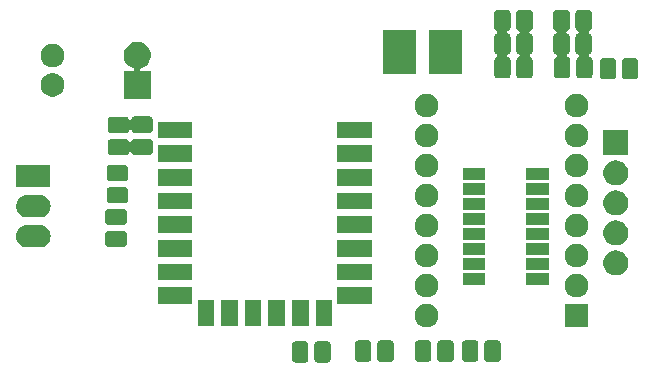
<source format=gbr>
G04 #@! TF.GenerationSoftware,KiCad,Pcbnew,(5.1.5)-3*
G04 #@! TF.CreationDate,2020-04-23T11:09:22+02:00*
G04 #@! TF.ProjectId,RulleGardin,52756c6c-6547-4617-9264-696e2e6b6963,rev?*
G04 #@! TF.SameCoordinates,Original*
G04 #@! TF.FileFunction,Soldermask,Top*
G04 #@! TF.FilePolarity,Negative*
%FSLAX46Y46*%
G04 Gerber Fmt 4.6, Leading zero omitted, Abs format (unit mm)*
G04 Created by KiCad (PCBNEW (5.1.5)-3) date 2020-04-23 11:09:22*
%MOMM*%
%LPD*%
G04 APERTURE LIST*
%ADD10C,0.100000*%
G04 APERTURE END LIST*
D10*
G36*
X175642499Y-115183997D02*
G01*
X175695147Y-115199968D01*
X175743668Y-115225902D01*
X175786195Y-115260805D01*
X175821098Y-115303332D01*
X175847032Y-115351853D01*
X175863003Y-115404501D01*
X175869000Y-115465390D01*
X175869000Y-116690610D01*
X175863003Y-116751499D01*
X175847032Y-116804147D01*
X175821098Y-116852668D01*
X175786195Y-116895195D01*
X175743668Y-116930098D01*
X175695147Y-116956032D01*
X175642499Y-116972003D01*
X175581610Y-116978000D01*
X174781390Y-116978000D01*
X174720501Y-116972003D01*
X174667853Y-116956032D01*
X174619332Y-116930098D01*
X174576805Y-116895195D01*
X174541902Y-116852668D01*
X174515968Y-116804147D01*
X174499997Y-116751499D01*
X174494000Y-116690610D01*
X174494000Y-115465390D01*
X174499997Y-115404501D01*
X174515968Y-115351853D01*
X174541902Y-115303332D01*
X174576805Y-115260805D01*
X174619332Y-115225902D01*
X174667853Y-115199968D01*
X174720501Y-115183997D01*
X174781390Y-115178000D01*
X175581610Y-115178000D01*
X175642499Y-115183997D01*
G37*
G36*
X173767499Y-115183997D02*
G01*
X173820147Y-115199968D01*
X173868668Y-115225902D01*
X173911195Y-115260805D01*
X173946098Y-115303332D01*
X173972032Y-115351853D01*
X173988003Y-115404501D01*
X173994000Y-115465390D01*
X173994000Y-116690610D01*
X173988003Y-116751499D01*
X173972032Y-116804147D01*
X173946098Y-116852668D01*
X173911195Y-116895195D01*
X173868668Y-116930098D01*
X173820147Y-116956032D01*
X173767499Y-116972003D01*
X173706610Y-116978000D01*
X172906390Y-116978000D01*
X172845501Y-116972003D01*
X172792853Y-116956032D01*
X172744332Y-116930098D01*
X172701805Y-116895195D01*
X172666902Y-116852668D01*
X172640968Y-116804147D01*
X172624997Y-116751499D01*
X172619000Y-116690610D01*
X172619000Y-115465390D01*
X172624997Y-115404501D01*
X172640968Y-115351853D01*
X172666902Y-115303332D01*
X172701805Y-115260805D01*
X172744332Y-115225902D01*
X172792853Y-115199968D01*
X172845501Y-115183997D01*
X172906390Y-115178000D01*
X173706610Y-115178000D01*
X173767499Y-115183997D01*
G37*
G36*
X186056499Y-115105997D02*
G01*
X186109147Y-115121968D01*
X186157668Y-115147902D01*
X186200195Y-115182805D01*
X186235098Y-115225332D01*
X186261032Y-115273853D01*
X186277003Y-115326501D01*
X186283000Y-115387390D01*
X186283000Y-116612610D01*
X186277003Y-116673499D01*
X186261032Y-116726147D01*
X186235098Y-116774668D01*
X186200195Y-116817195D01*
X186157668Y-116852098D01*
X186109147Y-116878032D01*
X186056499Y-116894003D01*
X185995610Y-116900000D01*
X185195390Y-116900000D01*
X185134501Y-116894003D01*
X185081853Y-116878032D01*
X185033332Y-116852098D01*
X184990805Y-116817195D01*
X184955902Y-116774668D01*
X184929968Y-116726147D01*
X184913997Y-116673499D01*
X184908000Y-116612610D01*
X184908000Y-115387390D01*
X184913997Y-115326501D01*
X184929968Y-115273853D01*
X184955902Y-115225332D01*
X184990805Y-115182805D01*
X185033332Y-115147902D01*
X185081853Y-115121968D01*
X185134501Y-115105997D01*
X185195390Y-115100000D01*
X185995610Y-115100000D01*
X186056499Y-115105997D01*
G37*
G36*
X184181499Y-115105997D02*
G01*
X184234147Y-115121968D01*
X184282668Y-115147902D01*
X184325195Y-115182805D01*
X184360098Y-115225332D01*
X184386032Y-115273853D01*
X184402003Y-115326501D01*
X184408000Y-115387390D01*
X184408000Y-116612610D01*
X184402003Y-116673499D01*
X184386032Y-116726147D01*
X184360098Y-116774668D01*
X184325195Y-116817195D01*
X184282668Y-116852098D01*
X184234147Y-116878032D01*
X184181499Y-116894003D01*
X184120610Y-116900000D01*
X183320390Y-116900000D01*
X183259501Y-116894003D01*
X183206853Y-116878032D01*
X183158332Y-116852098D01*
X183115805Y-116817195D01*
X183080902Y-116774668D01*
X183054968Y-116726147D01*
X183038997Y-116673499D01*
X183033000Y-116612610D01*
X183033000Y-115387390D01*
X183038997Y-115326501D01*
X183054968Y-115273853D01*
X183080902Y-115225332D01*
X183115805Y-115182805D01*
X183158332Y-115147902D01*
X183206853Y-115121968D01*
X183259501Y-115105997D01*
X183320390Y-115100000D01*
X184120610Y-115100000D01*
X184181499Y-115105997D01*
G37*
G36*
X179101499Y-115105997D02*
G01*
X179154147Y-115121968D01*
X179202668Y-115147902D01*
X179245195Y-115182805D01*
X179280098Y-115225332D01*
X179306032Y-115273853D01*
X179322003Y-115326501D01*
X179328000Y-115387390D01*
X179328000Y-116612610D01*
X179322003Y-116673499D01*
X179306032Y-116726147D01*
X179280098Y-116774668D01*
X179245195Y-116817195D01*
X179202668Y-116852098D01*
X179154147Y-116878032D01*
X179101499Y-116894003D01*
X179040610Y-116900000D01*
X178240390Y-116900000D01*
X178179501Y-116894003D01*
X178126853Y-116878032D01*
X178078332Y-116852098D01*
X178035805Y-116817195D01*
X178000902Y-116774668D01*
X177974968Y-116726147D01*
X177958997Y-116673499D01*
X177953000Y-116612610D01*
X177953000Y-115387390D01*
X177958997Y-115326501D01*
X177974968Y-115273853D01*
X178000902Y-115225332D01*
X178035805Y-115182805D01*
X178078332Y-115147902D01*
X178126853Y-115121968D01*
X178179501Y-115105997D01*
X178240390Y-115100000D01*
X179040610Y-115100000D01*
X179101499Y-115105997D01*
G37*
G36*
X180976499Y-115105997D02*
G01*
X181029147Y-115121968D01*
X181077668Y-115147902D01*
X181120195Y-115182805D01*
X181155098Y-115225332D01*
X181181032Y-115273853D01*
X181197003Y-115326501D01*
X181203000Y-115387390D01*
X181203000Y-116612610D01*
X181197003Y-116673499D01*
X181181032Y-116726147D01*
X181155098Y-116774668D01*
X181120195Y-116817195D01*
X181077668Y-116852098D01*
X181029147Y-116878032D01*
X180976499Y-116894003D01*
X180915610Y-116900000D01*
X180115390Y-116900000D01*
X180054501Y-116894003D01*
X180001853Y-116878032D01*
X179953332Y-116852098D01*
X179910805Y-116817195D01*
X179875902Y-116774668D01*
X179849968Y-116726147D01*
X179833997Y-116673499D01*
X179828000Y-116612610D01*
X179828000Y-115387390D01*
X179833997Y-115326501D01*
X179849968Y-115273853D01*
X179875902Y-115225332D01*
X179910805Y-115182805D01*
X179953332Y-115147902D01*
X180001853Y-115121968D01*
X180054501Y-115105997D01*
X180115390Y-115100000D01*
X180915610Y-115100000D01*
X180976499Y-115105997D01*
G37*
G36*
X188160999Y-115105997D02*
G01*
X188213647Y-115121968D01*
X188262168Y-115147902D01*
X188304695Y-115182805D01*
X188339598Y-115225332D01*
X188365532Y-115273853D01*
X188381503Y-115326501D01*
X188387500Y-115387390D01*
X188387500Y-116612610D01*
X188381503Y-116673499D01*
X188365532Y-116726147D01*
X188339598Y-116774668D01*
X188304695Y-116817195D01*
X188262168Y-116852098D01*
X188213647Y-116878032D01*
X188160999Y-116894003D01*
X188100110Y-116900000D01*
X187299890Y-116900000D01*
X187239001Y-116894003D01*
X187186353Y-116878032D01*
X187137832Y-116852098D01*
X187095305Y-116817195D01*
X187060402Y-116774668D01*
X187034468Y-116726147D01*
X187018497Y-116673499D01*
X187012500Y-116612610D01*
X187012500Y-115387390D01*
X187018497Y-115326501D01*
X187034468Y-115273853D01*
X187060402Y-115225332D01*
X187095305Y-115182805D01*
X187137832Y-115147902D01*
X187186353Y-115121968D01*
X187239001Y-115105997D01*
X187299890Y-115100000D01*
X188100110Y-115100000D01*
X188160999Y-115105997D01*
G37*
G36*
X190035999Y-115105997D02*
G01*
X190088647Y-115121968D01*
X190137168Y-115147902D01*
X190179695Y-115182805D01*
X190214598Y-115225332D01*
X190240532Y-115273853D01*
X190256503Y-115326501D01*
X190262500Y-115387390D01*
X190262500Y-116612610D01*
X190256503Y-116673499D01*
X190240532Y-116726147D01*
X190214598Y-116774668D01*
X190179695Y-116817195D01*
X190137168Y-116852098D01*
X190088647Y-116878032D01*
X190035999Y-116894003D01*
X189975110Y-116900000D01*
X189174890Y-116900000D01*
X189114001Y-116894003D01*
X189061353Y-116878032D01*
X189012832Y-116852098D01*
X188970305Y-116817195D01*
X188935402Y-116774668D01*
X188909468Y-116726147D01*
X188893497Y-116673499D01*
X188887500Y-116612610D01*
X188887500Y-115387390D01*
X188893497Y-115326501D01*
X188909468Y-115273853D01*
X188935402Y-115225332D01*
X188970305Y-115182805D01*
X189012832Y-115147902D01*
X189061353Y-115121968D01*
X189114001Y-115105997D01*
X189174890Y-115100000D01*
X189975110Y-115100000D01*
X190035999Y-115105997D01*
G37*
G36*
X184227290Y-112025619D02*
G01*
X184291689Y-112038429D01*
X184473678Y-112113811D01*
X184637463Y-112223249D01*
X184776751Y-112362537D01*
X184886189Y-112526322D01*
X184961571Y-112708311D01*
X185000000Y-112901509D01*
X185000000Y-113098491D01*
X184961571Y-113291689D01*
X184886189Y-113473678D01*
X184776751Y-113637463D01*
X184637463Y-113776751D01*
X184473678Y-113886189D01*
X184291689Y-113961571D01*
X184227290Y-113974381D01*
X184098493Y-114000000D01*
X183901507Y-114000000D01*
X183772710Y-113974381D01*
X183708311Y-113961571D01*
X183526322Y-113886189D01*
X183362537Y-113776751D01*
X183223249Y-113637463D01*
X183113811Y-113473678D01*
X183038429Y-113291689D01*
X183000000Y-113098491D01*
X183000000Y-112901509D01*
X183038429Y-112708311D01*
X183113811Y-112526322D01*
X183223249Y-112362537D01*
X183362537Y-112223249D01*
X183526322Y-112113811D01*
X183708311Y-112038429D01*
X183772710Y-112025619D01*
X183901507Y-112000000D01*
X184098493Y-112000000D01*
X184227290Y-112025619D01*
G37*
G36*
X197700000Y-114000000D02*
G01*
X195700000Y-114000000D01*
X195700000Y-112000000D01*
X197700000Y-112000000D01*
X197700000Y-114000000D01*
G37*
G36*
X174000000Y-113900000D02*
G01*
X172600000Y-113900000D01*
X172600000Y-111700000D01*
X174000000Y-111700000D01*
X174000000Y-113900000D01*
G37*
G36*
X172000000Y-113900000D02*
G01*
X170600000Y-113900000D01*
X170600000Y-111700000D01*
X172000000Y-111700000D01*
X172000000Y-113900000D01*
G37*
G36*
X176000000Y-113900000D02*
G01*
X174600000Y-113900000D01*
X174600000Y-111700000D01*
X176000000Y-111700000D01*
X176000000Y-113900000D01*
G37*
G36*
X170000000Y-113900000D02*
G01*
X168600000Y-113900000D01*
X168600000Y-111700000D01*
X170000000Y-111700000D01*
X170000000Y-113900000D01*
G37*
G36*
X168000000Y-113900000D02*
G01*
X166600000Y-113900000D01*
X166600000Y-111700000D01*
X168000000Y-111700000D01*
X168000000Y-113900000D01*
G37*
G36*
X166000000Y-113900000D02*
G01*
X164600000Y-113900000D01*
X164600000Y-111700000D01*
X166000000Y-111700000D01*
X166000000Y-113900000D01*
G37*
G36*
X164150000Y-112000000D02*
G01*
X161250000Y-112000000D01*
X161250000Y-110600000D01*
X164150000Y-110600000D01*
X164150000Y-112000000D01*
G37*
G36*
X179350000Y-112000000D02*
G01*
X176450000Y-112000000D01*
X176450000Y-110600000D01*
X179350000Y-110600000D01*
X179350000Y-112000000D01*
G37*
G36*
X184227290Y-109485619D02*
G01*
X184291689Y-109498429D01*
X184473678Y-109573811D01*
X184637463Y-109683249D01*
X184776751Y-109822537D01*
X184886189Y-109986322D01*
X184961571Y-110168311D01*
X184961571Y-110168312D01*
X185000000Y-110361507D01*
X185000000Y-110558493D01*
X184974381Y-110687290D01*
X184961571Y-110751689D01*
X184886189Y-110933678D01*
X184776751Y-111097463D01*
X184637463Y-111236751D01*
X184473678Y-111346189D01*
X184291689Y-111421571D01*
X184227290Y-111434381D01*
X184098493Y-111460000D01*
X183901507Y-111460000D01*
X183772710Y-111434381D01*
X183708311Y-111421571D01*
X183526322Y-111346189D01*
X183362537Y-111236751D01*
X183223249Y-111097463D01*
X183113811Y-110933678D01*
X183038429Y-110751689D01*
X183025619Y-110687290D01*
X183000000Y-110558493D01*
X183000000Y-110361507D01*
X183038429Y-110168312D01*
X183038429Y-110168311D01*
X183113811Y-109986322D01*
X183223249Y-109822537D01*
X183362537Y-109683249D01*
X183526322Y-109573811D01*
X183708311Y-109498429D01*
X183772710Y-109485619D01*
X183901507Y-109460000D01*
X184098493Y-109460000D01*
X184227290Y-109485619D01*
G37*
G36*
X196927290Y-109485619D02*
G01*
X196991689Y-109498429D01*
X197173678Y-109573811D01*
X197337463Y-109683249D01*
X197476751Y-109822537D01*
X197586189Y-109986322D01*
X197661571Y-110168311D01*
X197661571Y-110168312D01*
X197700000Y-110361507D01*
X197700000Y-110558493D01*
X197674381Y-110687290D01*
X197661571Y-110751689D01*
X197586189Y-110933678D01*
X197476751Y-111097463D01*
X197337463Y-111236751D01*
X197173678Y-111346189D01*
X196991689Y-111421571D01*
X196927290Y-111434381D01*
X196798493Y-111460000D01*
X196601507Y-111460000D01*
X196472710Y-111434381D01*
X196408311Y-111421571D01*
X196226322Y-111346189D01*
X196062537Y-111236751D01*
X195923249Y-111097463D01*
X195813811Y-110933678D01*
X195738429Y-110751689D01*
X195725619Y-110687290D01*
X195700000Y-110558493D01*
X195700000Y-110361507D01*
X195738429Y-110168312D01*
X195738429Y-110168311D01*
X195813811Y-109986322D01*
X195923249Y-109822537D01*
X196062537Y-109683249D01*
X196226322Y-109573811D01*
X196408311Y-109498429D01*
X196472710Y-109485619D01*
X196601507Y-109460000D01*
X196798493Y-109460000D01*
X196927290Y-109485619D01*
G37*
G36*
X194350000Y-110390000D02*
G01*
X192450000Y-110390000D01*
X192450000Y-109390000D01*
X194350000Y-109390000D01*
X194350000Y-110390000D01*
G37*
G36*
X188950000Y-110390000D02*
G01*
X187050000Y-110390000D01*
X187050000Y-109390000D01*
X188950000Y-109390000D01*
X188950000Y-110390000D01*
G37*
G36*
X179350000Y-110000000D02*
G01*
X176450000Y-110000000D01*
X176450000Y-108600000D01*
X179350000Y-108600000D01*
X179350000Y-110000000D01*
G37*
G36*
X164150000Y-110000000D02*
G01*
X161250000Y-110000000D01*
X161250000Y-108600000D01*
X164150000Y-108600000D01*
X164150000Y-110000000D01*
G37*
G36*
X200128687Y-107495027D02*
G01*
X200306274Y-107530350D01*
X200497362Y-107609502D01*
X200669336Y-107724411D01*
X200815589Y-107870664D01*
X200930498Y-108042638D01*
X201009650Y-108233726D01*
X201050000Y-108436584D01*
X201050000Y-108643416D01*
X201009650Y-108846274D01*
X200930498Y-109037362D01*
X200815589Y-109209336D01*
X200669336Y-109355589D01*
X200497362Y-109470498D01*
X200306274Y-109549650D01*
X200128687Y-109584973D01*
X200103417Y-109590000D01*
X199896583Y-109590000D01*
X199871313Y-109584973D01*
X199693726Y-109549650D01*
X199502638Y-109470498D01*
X199330664Y-109355589D01*
X199184411Y-109209336D01*
X199069502Y-109037362D01*
X198990350Y-108846274D01*
X198950000Y-108643416D01*
X198950000Y-108436584D01*
X198990350Y-108233726D01*
X199069502Y-108042638D01*
X199184411Y-107870664D01*
X199330664Y-107724411D01*
X199502638Y-107609502D01*
X199693726Y-107530350D01*
X199871313Y-107495027D01*
X199896583Y-107490000D01*
X200103417Y-107490000D01*
X200128687Y-107495027D01*
G37*
G36*
X194350000Y-109120000D02*
G01*
X192450000Y-109120000D01*
X192450000Y-108120000D01*
X194350000Y-108120000D01*
X194350000Y-109120000D01*
G37*
G36*
X188950000Y-109120000D02*
G01*
X187050000Y-109120000D01*
X187050000Y-108120000D01*
X188950000Y-108120000D01*
X188950000Y-109120000D01*
G37*
G36*
X184227290Y-106945619D02*
G01*
X184291689Y-106958429D01*
X184473678Y-107033811D01*
X184637463Y-107143249D01*
X184776751Y-107282537D01*
X184886189Y-107446322D01*
X184953780Y-107609502D01*
X184961571Y-107628312D01*
X184980687Y-107724412D01*
X185000000Y-107821509D01*
X185000000Y-108018491D01*
X184961571Y-108211689D01*
X184886189Y-108393678D01*
X184776751Y-108557463D01*
X184637463Y-108696751D01*
X184473678Y-108806189D01*
X184291689Y-108881571D01*
X184227290Y-108894381D01*
X184098493Y-108920000D01*
X183901507Y-108920000D01*
X183772710Y-108894381D01*
X183708311Y-108881571D01*
X183526322Y-108806189D01*
X183362537Y-108696751D01*
X183223249Y-108557463D01*
X183113811Y-108393678D01*
X183038429Y-108211689D01*
X183000000Y-108018491D01*
X183000000Y-107821509D01*
X183019314Y-107724412D01*
X183038429Y-107628312D01*
X183046220Y-107609502D01*
X183113811Y-107446322D01*
X183223249Y-107282537D01*
X183362537Y-107143249D01*
X183526322Y-107033811D01*
X183708311Y-106958429D01*
X183772710Y-106945619D01*
X183901507Y-106920000D01*
X184098493Y-106920000D01*
X184227290Y-106945619D01*
G37*
G36*
X196927290Y-106945619D02*
G01*
X196991689Y-106958429D01*
X197173678Y-107033811D01*
X197337463Y-107143249D01*
X197476751Y-107282537D01*
X197586189Y-107446322D01*
X197653780Y-107609502D01*
X197661571Y-107628312D01*
X197680687Y-107724412D01*
X197700000Y-107821509D01*
X197700000Y-108018491D01*
X197661571Y-108211689D01*
X197586189Y-108393678D01*
X197476751Y-108557463D01*
X197337463Y-108696751D01*
X197173678Y-108806189D01*
X196991689Y-108881571D01*
X196927290Y-108894381D01*
X196798493Y-108920000D01*
X196601507Y-108920000D01*
X196472710Y-108894381D01*
X196408311Y-108881571D01*
X196226322Y-108806189D01*
X196062537Y-108696751D01*
X195923249Y-108557463D01*
X195813811Y-108393678D01*
X195738429Y-108211689D01*
X195700000Y-108018491D01*
X195700000Y-107821509D01*
X195719314Y-107724412D01*
X195738429Y-107628312D01*
X195746220Y-107609502D01*
X195813811Y-107446322D01*
X195923249Y-107282537D01*
X196062537Y-107143249D01*
X196226322Y-107033811D01*
X196408311Y-106958429D01*
X196472710Y-106945619D01*
X196601507Y-106920000D01*
X196798493Y-106920000D01*
X196927290Y-106945619D01*
G37*
G36*
X164150000Y-108000000D02*
G01*
X161250000Y-108000000D01*
X161250000Y-106600000D01*
X164150000Y-106600000D01*
X164150000Y-108000000D01*
G37*
G36*
X179350000Y-108000000D02*
G01*
X176450000Y-108000000D01*
X176450000Y-106600000D01*
X179350000Y-106600000D01*
X179350000Y-108000000D01*
G37*
G36*
X188950000Y-107850000D02*
G01*
X187050000Y-107850000D01*
X187050000Y-106850000D01*
X188950000Y-106850000D01*
X188950000Y-107850000D01*
G37*
G36*
X194350000Y-107850000D02*
G01*
X192450000Y-107850000D01*
X192450000Y-106850000D01*
X194350000Y-106850000D01*
X194350000Y-107850000D01*
G37*
G36*
X151316448Y-105336873D02*
G01*
X151386232Y-105343746D01*
X151475770Y-105370907D01*
X151565309Y-105398068D01*
X151653523Y-105445220D01*
X151730345Y-105486282D01*
X151730347Y-105486283D01*
X151730346Y-105486283D01*
X151875002Y-105604998D01*
X151993717Y-105749654D01*
X152081932Y-105914691D01*
X152097276Y-105965273D01*
X152134865Y-106089188D01*
X152136254Y-106093769D01*
X152154596Y-106280000D01*
X152136254Y-106466231D01*
X152081932Y-106645309D01*
X151993717Y-106810346D01*
X151875002Y-106955002D01*
X151744419Y-107062168D01*
X151730345Y-107073718D01*
X151672391Y-107104695D01*
X151565309Y-107161932D01*
X151500791Y-107181503D01*
X151386232Y-107216254D01*
X151316448Y-107223127D01*
X151246666Y-107230000D01*
X150153334Y-107230000D01*
X150083552Y-107223127D01*
X150013768Y-107216254D01*
X149899209Y-107181503D01*
X149834691Y-107161932D01*
X149727609Y-107104695D01*
X149669655Y-107073718D01*
X149655581Y-107062168D01*
X149524998Y-106955002D01*
X149406283Y-106810346D01*
X149318068Y-106645309D01*
X149263746Y-106466231D01*
X149245404Y-106280000D01*
X149263746Y-106093769D01*
X149265136Y-106089188D01*
X149302724Y-105965273D01*
X149318068Y-105914691D01*
X149406283Y-105749654D01*
X149524998Y-105604998D01*
X149669654Y-105486283D01*
X149669653Y-105486283D01*
X149669655Y-105486282D01*
X149746477Y-105445220D01*
X149834691Y-105398068D01*
X149924230Y-105370907D01*
X150013768Y-105343746D01*
X150153334Y-105330000D01*
X151246666Y-105330000D01*
X151316448Y-105336873D01*
G37*
G36*
X158373499Y-105818497D02*
G01*
X158426147Y-105834468D01*
X158474668Y-105860402D01*
X158517195Y-105895305D01*
X158552098Y-105937832D01*
X158578032Y-105986353D01*
X158594003Y-106039001D01*
X158600000Y-106099890D01*
X158600000Y-106900110D01*
X158594003Y-106960999D01*
X158578032Y-107013647D01*
X158552098Y-107062168D01*
X158517195Y-107104695D01*
X158474668Y-107139598D01*
X158426147Y-107165532D01*
X158373499Y-107181503D01*
X158312610Y-107187500D01*
X157087390Y-107187500D01*
X157026501Y-107181503D01*
X156973853Y-107165532D01*
X156925332Y-107139598D01*
X156882805Y-107104695D01*
X156847902Y-107062168D01*
X156821968Y-107013647D01*
X156805997Y-106960999D01*
X156800000Y-106900110D01*
X156800000Y-106099890D01*
X156805997Y-106039001D01*
X156821968Y-105986353D01*
X156847902Y-105937832D01*
X156882805Y-105895305D01*
X156925332Y-105860402D01*
X156973853Y-105834468D01*
X157026501Y-105818497D01*
X157087390Y-105812500D01*
X158312610Y-105812500D01*
X158373499Y-105818497D01*
G37*
G36*
X200128687Y-104955027D02*
G01*
X200306274Y-104990350D01*
X200497362Y-105069502D01*
X200669336Y-105184411D01*
X200815589Y-105330664D01*
X200930498Y-105502638D01*
X201009650Y-105693726D01*
X201050000Y-105896584D01*
X201050000Y-106103416D01*
X201009650Y-106306274D01*
X200930498Y-106497362D01*
X200815589Y-106669336D01*
X200669336Y-106815589D01*
X200497362Y-106930498D01*
X200306274Y-107009650D01*
X200128687Y-107044973D01*
X200103417Y-107050000D01*
X199896583Y-107050000D01*
X199871313Y-107044973D01*
X199693726Y-107009650D01*
X199502638Y-106930498D01*
X199330664Y-106815589D01*
X199184411Y-106669336D01*
X199069502Y-106497362D01*
X198990350Y-106306274D01*
X198950000Y-106103416D01*
X198950000Y-105896584D01*
X198990350Y-105693726D01*
X199069502Y-105502638D01*
X199184411Y-105330664D01*
X199330664Y-105184411D01*
X199502638Y-105069502D01*
X199693726Y-104990350D01*
X199871313Y-104955027D01*
X199896583Y-104950000D01*
X200103417Y-104950000D01*
X200128687Y-104955027D01*
G37*
G36*
X194350000Y-106580000D02*
G01*
X192450000Y-106580000D01*
X192450000Y-105580000D01*
X194350000Y-105580000D01*
X194350000Y-106580000D01*
G37*
G36*
X188950000Y-106580000D02*
G01*
X187050000Y-106580000D01*
X187050000Y-105580000D01*
X188950000Y-105580000D01*
X188950000Y-106580000D01*
G37*
G36*
X196927290Y-104405619D02*
G01*
X196991689Y-104418429D01*
X197173678Y-104493811D01*
X197337463Y-104603249D01*
X197476751Y-104742537D01*
X197586189Y-104906322D01*
X197635392Y-105025110D01*
X197661571Y-105088312D01*
X197700000Y-105281507D01*
X197700000Y-105478493D01*
X197698450Y-105486283D01*
X197661571Y-105671689D01*
X197586189Y-105853678D01*
X197476751Y-106017463D01*
X197337463Y-106156751D01*
X197173678Y-106266189D01*
X196991689Y-106341571D01*
X196927290Y-106354381D01*
X196798493Y-106380000D01*
X196601507Y-106380000D01*
X196472710Y-106354381D01*
X196408311Y-106341571D01*
X196226322Y-106266189D01*
X196062537Y-106156751D01*
X195923249Y-106017463D01*
X195813811Y-105853678D01*
X195738429Y-105671689D01*
X195701550Y-105486283D01*
X195700000Y-105478493D01*
X195700000Y-105281507D01*
X195738429Y-105088312D01*
X195764608Y-105025110D01*
X195813811Y-104906322D01*
X195923249Y-104742537D01*
X196062537Y-104603249D01*
X196226322Y-104493811D01*
X196408311Y-104418429D01*
X196472710Y-104405619D01*
X196601507Y-104380000D01*
X196798493Y-104380000D01*
X196927290Y-104405619D01*
G37*
G36*
X184227290Y-104405619D02*
G01*
X184291689Y-104418429D01*
X184473678Y-104493811D01*
X184637463Y-104603249D01*
X184776751Y-104742537D01*
X184886189Y-104906322D01*
X184935392Y-105025110D01*
X184961571Y-105088312D01*
X185000000Y-105281507D01*
X185000000Y-105478493D01*
X184998450Y-105486283D01*
X184961571Y-105671689D01*
X184886189Y-105853678D01*
X184776751Y-106017463D01*
X184637463Y-106156751D01*
X184473678Y-106266189D01*
X184291689Y-106341571D01*
X184227290Y-106354381D01*
X184098493Y-106380000D01*
X183901507Y-106380000D01*
X183772710Y-106354381D01*
X183708311Y-106341571D01*
X183526322Y-106266189D01*
X183362537Y-106156751D01*
X183223249Y-106017463D01*
X183113811Y-105853678D01*
X183038429Y-105671689D01*
X183001550Y-105486283D01*
X183000000Y-105478493D01*
X183000000Y-105281507D01*
X183038429Y-105088312D01*
X183064608Y-105025110D01*
X183113811Y-104906322D01*
X183223249Y-104742537D01*
X183362537Y-104603249D01*
X183526322Y-104493811D01*
X183708311Y-104418429D01*
X183772710Y-104405619D01*
X183901507Y-104380000D01*
X184098493Y-104380000D01*
X184227290Y-104405619D01*
G37*
G36*
X179350000Y-106000000D02*
G01*
X176450000Y-106000000D01*
X176450000Y-104600000D01*
X179350000Y-104600000D01*
X179350000Y-106000000D01*
G37*
G36*
X164150000Y-106000000D02*
G01*
X161250000Y-106000000D01*
X161250000Y-104600000D01*
X164150000Y-104600000D01*
X164150000Y-106000000D01*
G37*
G36*
X158373499Y-103943497D02*
G01*
X158426147Y-103959468D01*
X158474668Y-103985402D01*
X158517195Y-104020305D01*
X158552098Y-104062832D01*
X158578032Y-104111353D01*
X158594003Y-104164001D01*
X158600000Y-104224890D01*
X158600000Y-105025110D01*
X158594003Y-105085999D01*
X158578032Y-105138647D01*
X158552098Y-105187168D01*
X158517195Y-105229695D01*
X158474668Y-105264598D01*
X158426147Y-105290532D01*
X158373499Y-105306503D01*
X158312610Y-105312500D01*
X157087390Y-105312500D01*
X157026501Y-105306503D01*
X156973853Y-105290532D01*
X156925332Y-105264598D01*
X156882805Y-105229695D01*
X156847902Y-105187168D01*
X156821968Y-105138647D01*
X156805997Y-105085999D01*
X156800000Y-105025110D01*
X156800000Y-104224890D01*
X156805997Y-104164001D01*
X156821968Y-104111353D01*
X156847902Y-104062832D01*
X156882805Y-104020305D01*
X156925332Y-103985402D01*
X156973853Y-103959468D01*
X157026501Y-103943497D01*
X157087390Y-103937500D01*
X158312610Y-103937500D01*
X158373499Y-103943497D01*
G37*
G36*
X194350000Y-105310000D02*
G01*
X192450000Y-105310000D01*
X192450000Y-104310000D01*
X194350000Y-104310000D01*
X194350000Y-105310000D01*
G37*
G36*
X188950000Y-105310000D02*
G01*
X187050000Y-105310000D01*
X187050000Y-104310000D01*
X188950000Y-104310000D01*
X188950000Y-105310000D01*
G37*
G36*
X151316448Y-102796873D02*
G01*
X151386232Y-102803746D01*
X151475770Y-102830907D01*
X151565309Y-102858068D01*
X151653523Y-102905220D01*
X151730345Y-102946282D01*
X151730347Y-102946283D01*
X151730346Y-102946283D01*
X151875002Y-103064998D01*
X151993717Y-103209654D01*
X152081932Y-103374691D01*
X152101621Y-103439598D01*
X152136254Y-103553768D01*
X152154596Y-103740000D01*
X152136254Y-103926232D01*
X152118305Y-103985402D01*
X152081932Y-104105309D01*
X152050560Y-104164001D01*
X152023735Y-104214188D01*
X151993717Y-104270346D01*
X151875002Y-104415002D01*
X151743315Y-104523073D01*
X151730345Y-104533718D01*
X151653523Y-104574780D01*
X151565309Y-104621932D01*
X151475770Y-104649093D01*
X151386232Y-104676254D01*
X151246666Y-104690000D01*
X150153334Y-104690000D01*
X150083552Y-104683127D01*
X150013768Y-104676254D01*
X149924230Y-104649093D01*
X149834691Y-104621932D01*
X149746477Y-104574780D01*
X149669655Y-104533718D01*
X149656684Y-104523073D01*
X149524998Y-104415002D01*
X149406283Y-104270346D01*
X149376266Y-104214188D01*
X149349440Y-104164001D01*
X149318068Y-104105309D01*
X149281695Y-103985402D01*
X149263746Y-103926232D01*
X149245404Y-103740000D01*
X149263746Y-103553768D01*
X149298379Y-103439598D01*
X149318068Y-103374691D01*
X149406283Y-103209654D01*
X149524998Y-103064998D01*
X149669654Y-102946283D01*
X149669653Y-102946283D01*
X149669655Y-102946282D01*
X149746477Y-102905220D01*
X149834691Y-102858068D01*
X149924230Y-102830907D01*
X150013768Y-102803746D01*
X150153334Y-102790000D01*
X151246666Y-102790000D01*
X151316448Y-102796873D01*
G37*
G36*
X200128687Y-102415027D02*
G01*
X200306274Y-102450350D01*
X200497362Y-102529502D01*
X200669336Y-102644411D01*
X200815589Y-102790664D01*
X200930498Y-102962638D01*
X201009650Y-103153726D01*
X201041465Y-103313676D01*
X201045653Y-103334727D01*
X201050000Y-103356584D01*
X201050000Y-103563416D01*
X201009650Y-103766274D01*
X200930498Y-103957362D01*
X200815589Y-104129336D01*
X200669336Y-104275589D01*
X200497362Y-104390498D01*
X200306274Y-104469650D01*
X200128687Y-104504973D01*
X200103417Y-104510000D01*
X199896583Y-104510000D01*
X199871313Y-104504973D01*
X199693726Y-104469650D01*
X199502638Y-104390498D01*
X199330664Y-104275589D01*
X199184411Y-104129336D01*
X199069502Y-103957362D01*
X198990350Y-103766274D01*
X198950000Y-103563416D01*
X198950000Y-103356584D01*
X198954348Y-103334727D01*
X198958535Y-103313676D01*
X198990350Y-103153726D01*
X199069502Y-102962638D01*
X199184411Y-102790664D01*
X199330664Y-102644411D01*
X199502638Y-102529502D01*
X199693726Y-102450350D01*
X199871313Y-102415027D01*
X199896583Y-102410000D01*
X200103417Y-102410000D01*
X200128687Y-102415027D01*
G37*
G36*
X188950000Y-104040000D02*
G01*
X187050000Y-104040000D01*
X187050000Y-103040000D01*
X188950000Y-103040000D01*
X188950000Y-104040000D01*
G37*
G36*
X194350000Y-104040000D02*
G01*
X192450000Y-104040000D01*
X192450000Y-103040000D01*
X194350000Y-103040000D01*
X194350000Y-104040000D01*
G37*
G36*
X164150000Y-104000000D02*
G01*
X161250000Y-104000000D01*
X161250000Y-102600000D01*
X164150000Y-102600000D01*
X164150000Y-104000000D01*
G37*
G36*
X179350000Y-104000000D02*
G01*
X176450000Y-104000000D01*
X176450000Y-102600000D01*
X179350000Y-102600000D01*
X179350000Y-104000000D01*
G37*
G36*
X184227290Y-101865619D02*
G01*
X184291689Y-101878429D01*
X184473678Y-101953811D01*
X184637463Y-102063249D01*
X184776751Y-102202537D01*
X184886189Y-102366322D01*
X184923438Y-102456250D01*
X184961571Y-102548312D01*
X185000000Y-102741507D01*
X185000000Y-102938493D01*
X184998450Y-102946283D01*
X184961571Y-103131689D01*
X184886189Y-103313678D01*
X184776751Y-103477463D01*
X184637463Y-103616751D01*
X184473678Y-103726189D01*
X184291689Y-103801571D01*
X184227290Y-103814381D01*
X184098493Y-103840000D01*
X183901507Y-103840000D01*
X183772710Y-103814381D01*
X183708311Y-103801571D01*
X183526322Y-103726189D01*
X183362537Y-103616751D01*
X183223249Y-103477463D01*
X183113811Y-103313678D01*
X183038429Y-103131689D01*
X183001550Y-102946283D01*
X183000000Y-102938493D01*
X183000000Y-102741507D01*
X183038429Y-102548312D01*
X183076562Y-102456250D01*
X183113811Y-102366322D01*
X183223249Y-102202537D01*
X183362537Y-102063249D01*
X183526322Y-101953811D01*
X183708311Y-101878429D01*
X183772710Y-101865619D01*
X183901507Y-101840000D01*
X184098493Y-101840000D01*
X184227290Y-101865619D01*
G37*
G36*
X196927290Y-101865619D02*
G01*
X196991689Y-101878429D01*
X197173678Y-101953811D01*
X197337463Y-102063249D01*
X197476751Y-102202537D01*
X197586189Y-102366322D01*
X197623438Y-102456250D01*
X197661571Y-102548312D01*
X197700000Y-102741507D01*
X197700000Y-102938493D01*
X197698450Y-102946283D01*
X197661571Y-103131689D01*
X197586189Y-103313678D01*
X197476751Y-103477463D01*
X197337463Y-103616751D01*
X197173678Y-103726189D01*
X196991689Y-103801571D01*
X196927290Y-103814381D01*
X196798493Y-103840000D01*
X196601507Y-103840000D01*
X196472710Y-103814381D01*
X196408311Y-103801571D01*
X196226322Y-103726189D01*
X196062537Y-103616751D01*
X195923249Y-103477463D01*
X195813811Y-103313678D01*
X195738429Y-103131689D01*
X195701550Y-102946283D01*
X195700000Y-102938493D01*
X195700000Y-102741507D01*
X195738429Y-102548312D01*
X195776562Y-102456250D01*
X195813811Y-102366322D01*
X195923249Y-102202537D01*
X196062537Y-102063249D01*
X196226322Y-101953811D01*
X196408311Y-101878429D01*
X196472710Y-101865619D01*
X196601507Y-101840000D01*
X196798493Y-101840000D01*
X196927290Y-101865619D01*
G37*
G36*
X158473499Y-102118497D02*
G01*
X158526147Y-102134468D01*
X158574668Y-102160402D01*
X158617195Y-102195305D01*
X158652098Y-102237832D01*
X158678032Y-102286353D01*
X158694003Y-102339001D01*
X158700000Y-102399890D01*
X158700000Y-103200110D01*
X158694003Y-103260999D01*
X158678032Y-103313647D01*
X158652098Y-103362168D01*
X158617195Y-103404695D01*
X158574668Y-103439598D01*
X158526147Y-103465532D01*
X158473499Y-103481503D01*
X158412610Y-103487500D01*
X157187390Y-103487500D01*
X157126501Y-103481503D01*
X157073853Y-103465532D01*
X157025332Y-103439598D01*
X156982805Y-103404695D01*
X156947902Y-103362168D01*
X156921968Y-103313647D01*
X156905997Y-103260999D01*
X156900000Y-103200110D01*
X156900000Y-102399890D01*
X156905997Y-102339001D01*
X156921968Y-102286353D01*
X156947902Y-102237832D01*
X156982805Y-102195305D01*
X157025332Y-102160402D01*
X157073853Y-102134468D01*
X157126501Y-102118497D01*
X157187390Y-102112500D01*
X158412610Y-102112500D01*
X158473499Y-102118497D01*
G37*
G36*
X194350000Y-102770000D02*
G01*
X192450000Y-102770000D01*
X192450000Y-101770000D01*
X194350000Y-101770000D01*
X194350000Y-102770000D01*
G37*
G36*
X188950000Y-102770000D02*
G01*
X187050000Y-102770000D01*
X187050000Y-101770000D01*
X188950000Y-101770000D01*
X188950000Y-102770000D01*
G37*
G36*
X152150000Y-102150000D02*
G01*
X149250000Y-102150000D01*
X149250000Y-100250000D01*
X152150000Y-100250000D01*
X152150000Y-102150000D01*
G37*
G36*
X179350000Y-102000000D02*
G01*
X176450000Y-102000000D01*
X176450000Y-100600000D01*
X179350000Y-100600000D01*
X179350000Y-102000000D01*
G37*
G36*
X164150000Y-102000000D02*
G01*
X161250000Y-102000000D01*
X161250000Y-100600000D01*
X164150000Y-100600000D01*
X164150000Y-102000000D01*
G37*
G36*
X200128687Y-99875027D02*
G01*
X200306274Y-99910350D01*
X200497362Y-99989502D01*
X200669336Y-100104411D01*
X200815589Y-100250664D01*
X200930498Y-100422638D01*
X201009650Y-100613726D01*
X201050000Y-100816584D01*
X201050000Y-101023416D01*
X201009650Y-101226274D01*
X200930498Y-101417362D01*
X200815589Y-101589336D01*
X200669336Y-101735589D01*
X200497362Y-101850498D01*
X200306274Y-101929650D01*
X200128687Y-101964973D01*
X200103417Y-101970000D01*
X199896583Y-101970000D01*
X199871313Y-101964973D01*
X199693726Y-101929650D01*
X199502638Y-101850498D01*
X199330664Y-101735589D01*
X199184411Y-101589336D01*
X199069502Y-101417362D01*
X198990350Y-101226274D01*
X198950000Y-101023416D01*
X198950000Y-100816584D01*
X198990350Y-100613726D01*
X199069502Y-100422638D01*
X199184411Y-100250664D01*
X199330664Y-100104411D01*
X199502638Y-99989502D01*
X199693726Y-99910350D01*
X199871313Y-99875027D01*
X199896583Y-99870000D01*
X200103417Y-99870000D01*
X200128687Y-99875027D01*
G37*
G36*
X158473499Y-100243497D02*
G01*
X158526147Y-100259468D01*
X158574668Y-100285402D01*
X158617195Y-100320305D01*
X158652098Y-100362832D01*
X158678032Y-100411353D01*
X158694003Y-100464001D01*
X158700000Y-100524890D01*
X158700000Y-101325110D01*
X158694003Y-101385999D01*
X158678032Y-101438647D01*
X158652098Y-101487168D01*
X158617195Y-101529695D01*
X158574668Y-101564598D01*
X158526147Y-101590532D01*
X158473499Y-101606503D01*
X158412610Y-101612500D01*
X157187390Y-101612500D01*
X157126501Y-101606503D01*
X157073853Y-101590532D01*
X157025332Y-101564598D01*
X156982805Y-101529695D01*
X156947902Y-101487168D01*
X156921968Y-101438647D01*
X156905997Y-101385999D01*
X156900000Y-101325110D01*
X156900000Y-100524890D01*
X156905997Y-100464001D01*
X156921968Y-100411353D01*
X156947902Y-100362832D01*
X156982805Y-100320305D01*
X157025332Y-100285402D01*
X157073853Y-100259468D01*
X157126501Y-100243497D01*
X157187390Y-100237500D01*
X158412610Y-100237500D01*
X158473499Y-100243497D01*
G37*
G36*
X194350000Y-101500000D02*
G01*
X192450000Y-101500000D01*
X192450000Y-100500000D01*
X194350000Y-100500000D01*
X194350000Y-101500000D01*
G37*
G36*
X188950000Y-101500000D02*
G01*
X187050000Y-101500000D01*
X187050000Y-100500000D01*
X188950000Y-100500000D01*
X188950000Y-101500000D01*
G37*
G36*
X184220747Y-99324318D02*
G01*
X184291689Y-99338429D01*
X184473678Y-99413811D01*
X184637463Y-99523249D01*
X184776751Y-99662537D01*
X184886189Y-99826322D01*
X184953780Y-99989502D01*
X184961571Y-100008312D01*
X185000000Y-100201507D01*
X185000000Y-100398493D01*
X184979809Y-100500000D01*
X184961571Y-100591689D01*
X184886189Y-100773678D01*
X184776751Y-100937463D01*
X184637463Y-101076751D01*
X184473678Y-101186189D01*
X184291689Y-101261571D01*
X184255597Y-101268750D01*
X184098493Y-101300000D01*
X183901507Y-101300000D01*
X183744403Y-101268750D01*
X183708311Y-101261571D01*
X183526322Y-101186189D01*
X183362537Y-101076751D01*
X183223249Y-100937463D01*
X183113811Y-100773678D01*
X183038429Y-100591689D01*
X183020191Y-100500000D01*
X183000000Y-100398493D01*
X183000000Y-100201507D01*
X183038429Y-100008312D01*
X183046220Y-99989502D01*
X183113811Y-99826322D01*
X183223249Y-99662537D01*
X183362537Y-99523249D01*
X183526322Y-99413811D01*
X183708311Y-99338429D01*
X183779253Y-99324318D01*
X183901507Y-99300000D01*
X184098493Y-99300000D01*
X184220747Y-99324318D01*
G37*
G36*
X196920747Y-99324318D02*
G01*
X196991689Y-99338429D01*
X197173678Y-99413811D01*
X197337463Y-99523249D01*
X197476751Y-99662537D01*
X197586189Y-99826322D01*
X197653780Y-99989502D01*
X197661571Y-100008312D01*
X197700000Y-100201507D01*
X197700000Y-100398493D01*
X197679809Y-100500000D01*
X197661571Y-100591689D01*
X197586189Y-100773678D01*
X197476751Y-100937463D01*
X197337463Y-101076751D01*
X197173678Y-101186189D01*
X196991689Y-101261571D01*
X196955597Y-101268750D01*
X196798493Y-101300000D01*
X196601507Y-101300000D01*
X196444403Y-101268750D01*
X196408311Y-101261571D01*
X196226322Y-101186189D01*
X196062537Y-101076751D01*
X195923249Y-100937463D01*
X195813811Y-100773678D01*
X195738429Y-100591689D01*
X195720191Y-100500000D01*
X195700000Y-100398493D01*
X195700000Y-100201507D01*
X195738429Y-100008312D01*
X195746220Y-99989502D01*
X195813811Y-99826322D01*
X195923249Y-99662537D01*
X196062537Y-99523249D01*
X196226322Y-99413811D01*
X196408311Y-99338429D01*
X196479253Y-99324318D01*
X196601507Y-99300000D01*
X196798493Y-99300000D01*
X196920747Y-99324318D01*
G37*
G36*
X164150000Y-100000000D02*
G01*
X161250000Y-100000000D01*
X161250000Y-98600000D01*
X164150000Y-98600000D01*
X164150000Y-100000000D01*
G37*
G36*
X179350000Y-100000000D02*
G01*
X176450000Y-100000000D01*
X176450000Y-98600000D01*
X179350000Y-98600000D01*
X179350000Y-100000000D01*
G37*
G36*
X201050000Y-99430000D02*
G01*
X198950000Y-99430000D01*
X198950000Y-97330000D01*
X201050000Y-97330000D01*
X201050000Y-99430000D01*
G37*
G36*
X160573499Y-98018497D02*
G01*
X160626147Y-98034468D01*
X160674668Y-98060402D01*
X160717195Y-98095305D01*
X160752098Y-98137832D01*
X160778032Y-98186353D01*
X160794003Y-98239001D01*
X160800000Y-98299890D01*
X160800000Y-99100110D01*
X160794003Y-99160999D01*
X160778032Y-99213647D01*
X160752098Y-99262168D01*
X160717195Y-99304695D01*
X160674668Y-99339598D01*
X160626147Y-99365532D01*
X160573499Y-99381503D01*
X160512610Y-99387500D01*
X159287390Y-99387500D01*
X159226501Y-99381503D01*
X159173853Y-99365532D01*
X159125332Y-99339598D01*
X159082805Y-99304695D01*
X159047902Y-99262168D01*
X159016560Y-99203530D01*
X159015942Y-99202037D01*
X159002334Y-99181659D01*
X158985011Y-99164328D01*
X158964640Y-99150709D01*
X158942004Y-99141326D01*
X158917972Y-99136539D01*
X158893468Y-99136533D01*
X158869433Y-99141307D01*
X158846792Y-99150679D01*
X158826414Y-99164287D01*
X158809083Y-99181610D01*
X158795464Y-99201981D01*
X158786072Y-99224647D01*
X158778034Y-99251144D01*
X158752098Y-99299668D01*
X158717195Y-99342195D01*
X158674668Y-99377098D01*
X158626147Y-99403032D01*
X158573499Y-99419003D01*
X158512610Y-99425000D01*
X157287390Y-99425000D01*
X157226501Y-99419003D01*
X157173853Y-99403032D01*
X157125332Y-99377098D01*
X157082805Y-99342195D01*
X157047902Y-99299668D01*
X157021968Y-99251147D01*
X157005997Y-99198499D01*
X157000000Y-99137610D01*
X157000000Y-98337390D01*
X157005997Y-98276501D01*
X157021968Y-98223853D01*
X157047902Y-98175332D01*
X157082805Y-98132805D01*
X157125332Y-98097902D01*
X157173853Y-98071968D01*
X157226501Y-98055997D01*
X157287390Y-98050000D01*
X158512610Y-98050000D01*
X158573499Y-98055997D01*
X158626147Y-98071968D01*
X158674668Y-98097902D01*
X158717195Y-98132805D01*
X158752098Y-98175332D01*
X158783440Y-98233970D01*
X158784058Y-98235463D01*
X158797666Y-98255841D01*
X158814989Y-98273172D01*
X158835360Y-98286791D01*
X158857996Y-98296174D01*
X158882028Y-98300961D01*
X158906532Y-98300967D01*
X158930567Y-98296193D01*
X158953208Y-98286821D01*
X158973586Y-98273213D01*
X158990917Y-98255890D01*
X159004536Y-98235519D01*
X159013928Y-98212853D01*
X159021966Y-98186356D01*
X159047902Y-98137832D01*
X159082805Y-98095305D01*
X159125332Y-98060402D01*
X159173853Y-98034468D01*
X159226501Y-98018497D01*
X159287390Y-98012500D01*
X160512610Y-98012500D01*
X160573499Y-98018497D01*
G37*
G36*
X196927290Y-96785619D02*
G01*
X196991689Y-96798429D01*
X197173678Y-96873811D01*
X197337463Y-96983249D01*
X197476751Y-97122537D01*
X197586189Y-97286322D01*
X197661571Y-97468311D01*
X197700000Y-97661509D01*
X197700000Y-97858491D01*
X197661571Y-98051689D01*
X197586189Y-98233678D01*
X197476751Y-98397463D01*
X197337463Y-98536751D01*
X197173678Y-98646189D01*
X196991689Y-98721571D01*
X196927290Y-98734381D01*
X196798493Y-98760000D01*
X196601507Y-98760000D01*
X196472710Y-98734381D01*
X196408311Y-98721571D01*
X196226322Y-98646189D01*
X196062537Y-98536751D01*
X195923249Y-98397463D01*
X195813811Y-98233678D01*
X195738429Y-98051689D01*
X195700000Y-97858491D01*
X195700000Y-97661509D01*
X195738429Y-97468311D01*
X195813811Y-97286322D01*
X195923249Y-97122537D01*
X196062537Y-96983249D01*
X196226322Y-96873811D01*
X196408311Y-96798429D01*
X196472710Y-96785619D01*
X196601507Y-96760000D01*
X196798493Y-96760000D01*
X196927290Y-96785619D01*
G37*
G36*
X184227290Y-96785619D02*
G01*
X184291689Y-96798429D01*
X184473678Y-96873811D01*
X184637463Y-96983249D01*
X184776751Y-97122537D01*
X184886189Y-97286322D01*
X184961571Y-97468311D01*
X185000000Y-97661509D01*
X185000000Y-97858491D01*
X184961571Y-98051689D01*
X184886189Y-98233678D01*
X184776751Y-98397463D01*
X184637463Y-98536751D01*
X184473678Y-98646189D01*
X184291689Y-98721571D01*
X184227290Y-98734381D01*
X184098493Y-98760000D01*
X183901507Y-98760000D01*
X183772710Y-98734381D01*
X183708311Y-98721571D01*
X183526322Y-98646189D01*
X183362537Y-98536751D01*
X183223249Y-98397463D01*
X183113811Y-98233678D01*
X183038429Y-98051689D01*
X183000000Y-97858491D01*
X183000000Y-97661509D01*
X183038429Y-97468311D01*
X183113811Y-97286322D01*
X183223249Y-97122537D01*
X183362537Y-96983249D01*
X183526322Y-96873811D01*
X183708311Y-96798429D01*
X183772710Y-96785619D01*
X183901507Y-96760000D01*
X184098493Y-96760000D01*
X184227290Y-96785619D01*
G37*
G36*
X179350000Y-98000000D02*
G01*
X176450000Y-98000000D01*
X176450000Y-96600000D01*
X179350000Y-96600000D01*
X179350000Y-98000000D01*
G37*
G36*
X164150000Y-98000000D02*
G01*
X161250000Y-98000000D01*
X161250000Y-96600000D01*
X164150000Y-96600000D01*
X164150000Y-98000000D01*
G37*
G36*
X160573499Y-96143497D02*
G01*
X160626147Y-96159468D01*
X160674668Y-96185402D01*
X160717195Y-96220305D01*
X160752098Y-96262832D01*
X160778032Y-96311353D01*
X160794003Y-96364001D01*
X160800000Y-96424890D01*
X160800000Y-97225110D01*
X160794003Y-97285999D01*
X160778032Y-97338647D01*
X160752098Y-97387168D01*
X160717195Y-97429695D01*
X160674668Y-97464598D01*
X160626147Y-97490532D01*
X160573499Y-97506503D01*
X160512610Y-97512500D01*
X159287390Y-97512500D01*
X159226501Y-97506503D01*
X159173853Y-97490532D01*
X159125332Y-97464598D01*
X159082805Y-97429695D01*
X159047902Y-97387168D01*
X159016560Y-97328530D01*
X159015942Y-97327037D01*
X159002334Y-97306659D01*
X158985011Y-97289328D01*
X158964640Y-97275709D01*
X158942004Y-97266326D01*
X158917972Y-97261539D01*
X158893468Y-97261533D01*
X158869433Y-97266307D01*
X158846792Y-97275679D01*
X158826414Y-97289287D01*
X158809083Y-97306610D01*
X158795464Y-97326981D01*
X158786072Y-97349647D01*
X158778034Y-97376144D01*
X158752098Y-97424668D01*
X158717195Y-97467195D01*
X158674668Y-97502098D01*
X158626147Y-97528032D01*
X158573499Y-97544003D01*
X158512610Y-97550000D01*
X157287390Y-97550000D01*
X157226501Y-97544003D01*
X157173853Y-97528032D01*
X157125332Y-97502098D01*
X157082805Y-97467195D01*
X157047902Y-97424668D01*
X157021968Y-97376147D01*
X157005997Y-97323499D01*
X157000000Y-97262610D01*
X157000000Y-96462390D01*
X157005997Y-96401501D01*
X157021968Y-96348853D01*
X157047902Y-96300332D01*
X157082805Y-96257805D01*
X157125332Y-96222902D01*
X157173853Y-96196968D01*
X157226501Y-96180997D01*
X157287390Y-96175000D01*
X158512610Y-96175000D01*
X158573499Y-96180997D01*
X158626147Y-96196968D01*
X158674668Y-96222902D01*
X158717195Y-96257805D01*
X158752098Y-96300332D01*
X158783440Y-96358970D01*
X158784058Y-96360463D01*
X158797666Y-96380841D01*
X158814989Y-96398172D01*
X158835360Y-96411791D01*
X158857996Y-96421174D01*
X158882028Y-96425961D01*
X158906532Y-96425967D01*
X158930567Y-96421193D01*
X158953208Y-96411821D01*
X158973586Y-96398213D01*
X158990917Y-96380890D01*
X159004536Y-96360519D01*
X159013928Y-96337853D01*
X159021966Y-96311356D01*
X159047902Y-96262832D01*
X159082805Y-96220305D01*
X159125332Y-96185402D01*
X159173853Y-96159468D01*
X159226501Y-96143497D01*
X159287390Y-96137500D01*
X160512610Y-96137500D01*
X160573499Y-96143497D01*
G37*
G36*
X196927290Y-94245619D02*
G01*
X196991689Y-94258429D01*
X197173678Y-94333811D01*
X197337463Y-94443249D01*
X197476751Y-94582537D01*
X197586189Y-94746322D01*
X197661571Y-94928311D01*
X197700000Y-95121509D01*
X197700000Y-95318491D01*
X197661571Y-95511689D01*
X197586189Y-95693678D01*
X197476751Y-95857463D01*
X197337463Y-95996751D01*
X197173678Y-96106189D01*
X196991689Y-96181571D01*
X196927290Y-96194381D01*
X196798493Y-96220000D01*
X196601507Y-96220000D01*
X196472710Y-96194381D01*
X196408311Y-96181571D01*
X196226322Y-96106189D01*
X196062537Y-95996751D01*
X195923249Y-95857463D01*
X195813811Y-95693678D01*
X195738429Y-95511689D01*
X195700000Y-95318491D01*
X195700000Y-95121509D01*
X195738429Y-94928311D01*
X195813811Y-94746322D01*
X195923249Y-94582537D01*
X196062537Y-94443249D01*
X196226322Y-94333811D01*
X196408311Y-94258429D01*
X196472710Y-94245619D01*
X196601507Y-94220000D01*
X196798493Y-94220000D01*
X196927290Y-94245619D01*
G37*
G36*
X184227290Y-94245619D02*
G01*
X184291689Y-94258429D01*
X184473678Y-94333811D01*
X184637463Y-94443249D01*
X184776751Y-94582537D01*
X184886189Y-94746322D01*
X184961571Y-94928311D01*
X185000000Y-95121509D01*
X185000000Y-95318491D01*
X184961571Y-95511689D01*
X184886189Y-95693678D01*
X184776751Y-95857463D01*
X184637463Y-95996751D01*
X184473678Y-96106189D01*
X184291689Y-96181571D01*
X184227290Y-96194381D01*
X184098493Y-96220000D01*
X183901507Y-96220000D01*
X183772710Y-96194381D01*
X183708311Y-96181571D01*
X183526322Y-96106189D01*
X183362537Y-95996751D01*
X183223249Y-95857463D01*
X183113811Y-95693678D01*
X183038429Y-95511689D01*
X183000000Y-95318491D01*
X183000000Y-95121509D01*
X183038429Y-94928311D01*
X183113811Y-94746322D01*
X183223249Y-94582537D01*
X183362537Y-94443249D01*
X183526322Y-94333811D01*
X183708311Y-94258429D01*
X183772710Y-94245619D01*
X183901507Y-94220000D01*
X184098493Y-94220000D01*
X184227290Y-94245619D01*
G37*
G36*
X159699324Y-89836731D02*
G01*
X159847443Y-89866194D01*
X160056729Y-89952884D01*
X160245082Y-90078737D01*
X160405263Y-90238918D01*
X160531116Y-90427271D01*
X160617806Y-90636557D01*
X160639820Y-90747227D01*
X160662000Y-90858734D01*
X160662000Y-91085266D01*
X160657294Y-91108925D01*
X160617806Y-91307443D01*
X160531116Y-91516729D01*
X160405263Y-91705082D01*
X160245082Y-91865263D01*
X160056729Y-91991116D01*
X159847443Y-92077806D01*
X159847439Y-92077807D01*
X159838482Y-92081517D01*
X159816871Y-92093068D01*
X159797929Y-92108613D01*
X159782384Y-92127555D01*
X159770833Y-92149166D01*
X159763720Y-92172615D01*
X159761318Y-92197001D01*
X159763720Y-92221387D01*
X159770833Y-92244836D01*
X159782384Y-92266447D01*
X159797929Y-92285389D01*
X159816871Y-92300934D01*
X159838482Y-92312485D01*
X159861931Y-92319598D01*
X159886317Y-92322000D01*
X160662000Y-92322000D01*
X160662000Y-94622000D01*
X158362000Y-94622000D01*
X158362000Y-92322000D01*
X159137683Y-92322000D01*
X159162069Y-92319598D01*
X159185518Y-92312485D01*
X159207129Y-92300934D01*
X159226071Y-92285389D01*
X159241616Y-92266447D01*
X159253167Y-92244836D01*
X159260280Y-92221387D01*
X159262682Y-92197001D01*
X159260280Y-92172615D01*
X159253167Y-92149166D01*
X159241616Y-92127555D01*
X159226071Y-92108613D01*
X159207129Y-92093068D01*
X159185518Y-92081517D01*
X159176561Y-92077807D01*
X159176557Y-92077806D01*
X158967271Y-91991116D01*
X158778918Y-91865263D01*
X158618737Y-91705082D01*
X158492884Y-91516729D01*
X158406194Y-91307443D01*
X158366706Y-91108925D01*
X158362000Y-91085266D01*
X158362000Y-90858734D01*
X158384180Y-90747227D01*
X158406194Y-90636557D01*
X158492884Y-90427271D01*
X158618737Y-90238918D01*
X158778918Y-90078737D01*
X158967271Y-89952884D01*
X159176557Y-89866194D01*
X159324676Y-89836731D01*
X159398734Y-89822000D01*
X159625266Y-89822000D01*
X159699324Y-89836731D01*
G37*
G36*
X152559290Y-92497619D02*
G01*
X152623689Y-92510429D01*
X152805678Y-92585811D01*
X152969463Y-92695249D01*
X153108751Y-92834537D01*
X153218189Y-92998322D01*
X153293571Y-93180311D01*
X153332000Y-93373509D01*
X153332000Y-93570491D01*
X153293571Y-93763689D01*
X153218189Y-93945678D01*
X153108751Y-94109463D01*
X152969463Y-94248751D01*
X152805678Y-94358189D01*
X152623689Y-94433571D01*
X152575034Y-94443249D01*
X152430493Y-94472000D01*
X152233507Y-94472000D01*
X152088966Y-94443249D01*
X152040311Y-94433571D01*
X151858322Y-94358189D01*
X151694537Y-94248751D01*
X151555249Y-94109463D01*
X151445811Y-93945678D01*
X151370429Y-93763689D01*
X151332000Y-93570491D01*
X151332000Y-93373509D01*
X151370429Y-93180311D01*
X151445811Y-92998322D01*
X151555249Y-92834537D01*
X151694537Y-92695249D01*
X151858322Y-92585811D01*
X152040311Y-92510429D01*
X152104710Y-92497619D01*
X152233507Y-92472000D01*
X152430493Y-92472000D01*
X152559290Y-92497619D01*
G37*
G36*
X201660999Y-91205997D02*
G01*
X201713647Y-91221968D01*
X201762168Y-91247902D01*
X201804695Y-91282805D01*
X201839598Y-91325332D01*
X201865532Y-91373853D01*
X201881503Y-91426501D01*
X201887500Y-91487390D01*
X201887500Y-92712610D01*
X201881503Y-92773499D01*
X201865532Y-92826147D01*
X201839598Y-92874668D01*
X201804695Y-92917195D01*
X201762168Y-92952098D01*
X201713647Y-92978032D01*
X201660999Y-92994003D01*
X201600110Y-93000000D01*
X200799890Y-93000000D01*
X200739001Y-92994003D01*
X200686353Y-92978032D01*
X200637832Y-92952098D01*
X200595305Y-92917195D01*
X200560402Y-92874668D01*
X200534468Y-92826147D01*
X200518497Y-92773499D01*
X200512500Y-92712610D01*
X200512500Y-91487390D01*
X200518497Y-91426501D01*
X200534468Y-91373853D01*
X200560402Y-91325332D01*
X200595305Y-91282805D01*
X200637832Y-91247902D01*
X200686353Y-91221968D01*
X200739001Y-91205997D01*
X200799890Y-91200000D01*
X201600110Y-91200000D01*
X201660999Y-91205997D01*
G37*
G36*
X199785999Y-91205997D02*
G01*
X199838647Y-91221968D01*
X199887168Y-91247902D01*
X199929695Y-91282805D01*
X199964598Y-91325332D01*
X199990532Y-91373853D01*
X200006503Y-91426501D01*
X200012500Y-91487390D01*
X200012500Y-92712610D01*
X200006503Y-92773499D01*
X199990532Y-92826147D01*
X199964598Y-92874668D01*
X199929695Y-92917195D01*
X199887168Y-92952098D01*
X199838647Y-92978032D01*
X199785999Y-92994003D01*
X199725110Y-93000000D01*
X198924890Y-93000000D01*
X198864001Y-92994003D01*
X198811353Y-92978032D01*
X198762832Y-92952098D01*
X198720305Y-92917195D01*
X198685402Y-92874668D01*
X198659468Y-92826147D01*
X198643497Y-92773499D01*
X198637500Y-92712610D01*
X198637500Y-91487390D01*
X198643497Y-91426501D01*
X198659468Y-91373853D01*
X198685402Y-91325332D01*
X198720305Y-91282805D01*
X198762832Y-91247902D01*
X198811353Y-91221968D01*
X198864001Y-91205997D01*
X198924890Y-91200000D01*
X199725110Y-91200000D01*
X199785999Y-91205997D01*
G37*
G36*
X197748499Y-87105997D02*
G01*
X197801147Y-87121968D01*
X197849668Y-87147902D01*
X197892195Y-87182805D01*
X197927098Y-87225332D01*
X197953032Y-87273853D01*
X197969003Y-87326501D01*
X197975000Y-87387390D01*
X197975000Y-88612610D01*
X197969003Y-88673499D01*
X197953032Y-88726147D01*
X197927098Y-88774668D01*
X197892195Y-88817195D01*
X197849668Y-88852098D01*
X197801147Y-88878032D01*
X197793398Y-88880383D01*
X197770759Y-88889761D01*
X197750384Y-88903375D01*
X197733057Y-88920702D01*
X197719444Y-88941076D01*
X197710066Y-88963715D01*
X197705286Y-88987748D01*
X197705286Y-89012252D01*
X197710066Y-89036285D01*
X197719444Y-89058924D01*
X197733058Y-89079299D01*
X197750385Y-89096626D01*
X197770759Y-89110239D01*
X197793398Y-89119617D01*
X197801147Y-89121968D01*
X197849668Y-89147902D01*
X197892195Y-89182805D01*
X197927098Y-89225332D01*
X197953032Y-89273853D01*
X197969003Y-89326501D01*
X197975000Y-89387390D01*
X197975000Y-90612610D01*
X197969003Y-90673499D01*
X197953032Y-90726147D01*
X197927098Y-90774668D01*
X197892195Y-90817195D01*
X197849666Y-90852099D01*
X197802216Y-90877461D01*
X197781842Y-90891075D01*
X197764514Y-90908401D01*
X197750900Y-90928776D01*
X197741523Y-90951414D01*
X197736742Y-90975447D01*
X197736742Y-90999952D01*
X197741522Y-91023985D01*
X197750899Y-91046624D01*
X197764513Y-91066998D01*
X197781839Y-91084326D01*
X197802214Y-91097940D01*
X197824853Y-91107318D01*
X197873149Y-91121968D01*
X197921668Y-91147902D01*
X197964195Y-91182805D01*
X197999098Y-91225332D01*
X198025032Y-91273853D01*
X198041003Y-91326501D01*
X198047000Y-91387390D01*
X198047000Y-92612610D01*
X198041003Y-92673499D01*
X198025032Y-92726147D01*
X197999098Y-92774668D01*
X197964195Y-92817195D01*
X197921668Y-92852098D01*
X197873147Y-92878032D01*
X197820499Y-92894003D01*
X197759610Y-92900000D01*
X196959390Y-92900000D01*
X196898501Y-92894003D01*
X196845853Y-92878032D01*
X196797332Y-92852098D01*
X196754805Y-92817195D01*
X196719902Y-92774668D01*
X196693968Y-92726147D01*
X196677997Y-92673499D01*
X196672000Y-92612610D01*
X196672000Y-91387390D01*
X196677997Y-91326501D01*
X196693968Y-91273853D01*
X196719902Y-91225332D01*
X196754805Y-91182805D01*
X196797334Y-91147901D01*
X196844784Y-91122539D01*
X196865158Y-91108925D01*
X196882486Y-91091599D01*
X196896100Y-91071224D01*
X196905477Y-91048586D01*
X196910258Y-91024553D01*
X196910258Y-91000048D01*
X196905478Y-90976015D01*
X196896101Y-90953376D01*
X196882487Y-90933002D01*
X196865161Y-90915674D01*
X196844786Y-90902060D01*
X196822147Y-90892682D01*
X196773851Y-90878032D01*
X196725332Y-90852098D01*
X196682805Y-90817195D01*
X196647902Y-90774668D01*
X196621968Y-90726147D01*
X196605997Y-90673499D01*
X196600000Y-90612610D01*
X196600000Y-89387390D01*
X196605997Y-89326501D01*
X196621968Y-89273853D01*
X196647902Y-89225332D01*
X196682805Y-89182805D01*
X196725332Y-89147902D01*
X196773853Y-89121968D01*
X196781602Y-89119617D01*
X196804241Y-89110239D01*
X196824616Y-89096625D01*
X196841943Y-89079298D01*
X196855556Y-89058924D01*
X196864934Y-89036285D01*
X196869714Y-89012252D01*
X196869714Y-88987748D01*
X196864934Y-88963715D01*
X196855556Y-88941076D01*
X196841942Y-88920701D01*
X196824615Y-88903374D01*
X196804241Y-88889761D01*
X196781602Y-88880383D01*
X196773853Y-88878032D01*
X196725332Y-88852098D01*
X196682805Y-88817195D01*
X196647902Y-88774668D01*
X196621968Y-88726147D01*
X196605997Y-88673499D01*
X196600000Y-88612610D01*
X196600000Y-87387390D01*
X196605997Y-87326501D01*
X196621968Y-87273853D01*
X196647902Y-87225332D01*
X196682805Y-87182805D01*
X196725332Y-87147902D01*
X196773853Y-87121968D01*
X196826501Y-87105997D01*
X196887390Y-87100000D01*
X197687610Y-87100000D01*
X197748499Y-87105997D01*
G37*
G36*
X190873499Y-87105997D02*
G01*
X190926147Y-87121968D01*
X190974668Y-87147902D01*
X191017195Y-87182805D01*
X191052098Y-87225332D01*
X191078032Y-87273853D01*
X191094003Y-87326501D01*
X191100000Y-87387390D01*
X191100000Y-88612610D01*
X191094003Y-88673499D01*
X191078032Y-88726147D01*
X191052098Y-88774668D01*
X191017195Y-88817195D01*
X190974668Y-88852098D01*
X190926147Y-88878032D01*
X190918398Y-88880383D01*
X190895759Y-88889761D01*
X190875384Y-88903375D01*
X190858057Y-88920702D01*
X190844444Y-88941076D01*
X190835066Y-88963715D01*
X190830286Y-88987748D01*
X190830286Y-89012252D01*
X190835066Y-89036285D01*
X190844444Y-89058924D01*
X190858058Y-89079299D01*
X190875385Y-89096626D01*
X190895759Y-89110239D01*
X190918398Y-89119617D01*
X190926147Y-89121968D01*
X190974668Y-89147902D01*
X191017195Y-89182805D01*
X191052098Y-89225332D01*
X191078032Y-89273853D01*
X191094003Y-89326501D01*
X191100000Y-89387390D01*
X191100000Y-90612610D01*
X191094003Y-90673499D01*
X191078032Y-90726147D01*
X191052098Y-90774668D01*
X191017195Y-90817195D01*
X190974668Y-90852098D01*
X190926147Y-90878032D01*
X190918398Y-90880383D01*
X190895759Y-90889761D01*
X190875384Y-90903375D01*
X190858057Y-90920702D01*
X190844444Y-90941076D01*
X190835066Y-90963715D01*
X190830286Y-90987748D01*
X190830286Y-91012252D01*
X190835066Y-91036285D01*
X190844444Y-91058924D01*
X190858058Y-91079299D01*
X190875385Y-91096626D01*
X190895759Y-91110239D01*
X190918398Y-91119617D01*
X190926147Y-91121968D01*
X190974668Y-91147902D01*
X191017195Y-91182805D01*
X191052098Y-91225332D01*
X191078032Y-91273853D01*
X191094003Y-91326501D01*
X191100000Y-91387390D01*
X191100000Y-92612610D01*
X191094003Y-92673499D01*
X191078032Y-92726147D01*
X191052098Y-92774668D01*
X191017195Y-92817195D01*
X190974668Y-92852098D01*
X190926147Y-92878032D01*
X190873499Y-92894003D01*
X190812610Y-92900000D01*
X190012390Y-92900000D01*
X189951501Y-92894003D01*
X189898853Y-92878032D01*
X189850332Y-92852098D01*
X189807805Y-92817195D01*
X189772902Y-92774668D01*
X189746968Y-92726147D01*
X189730997Y-92673499D01*
X189725000Y-92612610D01*
X189725000Y-91387390D01*
X189730997Y-91326501D01*
X189746968Y-91273853D01*
X189772902Y-91225332D01*
X189807805Y-91182805D01*
X189850332Y-91147902D01*
X189898853Y-91121968D01*
X189906602Y-91119617D01*
X189929241Y-91110239D01*
X189949616Y-91096625D01*
X189966943Y-91079298D01*
X189980556Y-91058924D01*
X189989934Y-91036285D01*
X189994714Y-91012252D01*
X189994714Y-90987748D01*
X189989934Y-90963715D01*
X189980556Y-90941076D01*
X189966942Y-90920701D01*
X189949615Y-90903374D01*
X189929241Y-90889761D01*
X189906602Y-90880383D01*
X189898853Y-90878032D01*
X189850332Y-90852098D01*
X189807805Y-90817195D01*
X189772902Y-90774668D01*
X189746968Y-90726147D01*
X189730997Y-90673499D01*
X189725000Y-90612610D01*
X189725000Y-89387390D01*
X189730997Y-89326501D01*
X189746968Y-89273853D01*
X189772902Y-89225332D01*
X189807805Y-89182805D01*
X189850332Y-89147902D01*
X189898853Y-89121968D01*
X189906602Y-89119617D01*
X189929241Y-89110239D01*
X189949616Y-89096625D01*
X189966943Y-89079298D01*
X189980556Y-89058924D01*
X189989934Y-89036285D01*
X189994714Y-89012252D01*
X189994714Y-88987748D01*
X189989934Y-88963715D01*
X189980556Y-88941076D01*
X189966942Y-88920701D01*
X189949615Y-88903374D01*
X189929241Y-88889761D01*
X189906602Y-88880383D01*
X189898853Y-88878032D01*
X189850332Y-88852098D01*
X189807805Y-88817195D01*
X189772902Y-88774668D01*
X189746968Y-88726147D01*
X189730997Y-88673499D01*
X189725000Y-88612610D01*
X189725000Y-87387390D01*
X189730997Y-87326501D01*
X189746968Y-87273853D01*
X189772902Y-87225332D01*
X189807805Y-87182805D01*
X189850332Y-87147902D01*
X189898853Y-87121968D01*
X189951501Y-87105997D01*
X190012390Y-87100000D01*
X190812610Y-87100000D01*
X190873499Y-87105997D01*
G37*
G36*
X192748499Y-87105997D02*
G01*
X192801147Y-87121968D01*
X192849668Y-87147902D01*
X192892195Y-87182805D01*
X192927098Y-87225332D01*
X192953032Y-87273853D01*
X192969003Y-87326501D01*
X192975000Y-87387390D01*
X192975000Y-88612610D01*
X192969003Y-88673499D01*
X192953032Y-88726147D01*
X192927098Y-88774668D01*
X192892195Y-88817195D01*
X192849668Y-88852098D01*
X192801147Y-88878032D01*
X192793398Y-88880383D01*
X192770759Y-88889761D01*
X192750384Y-88903375D01*
X192733057Y-88920702D01*
X192719444Y-88941076D01*
X192710066Y-88963715D01*
X192705286Y-88987748D01*
X192705286Y-89012252D01*
X192710066Y-89036285D01*
X192719444Y-89058924D01*
X192733058Y-89079299D01*
X192750385Y-89096626D01*
X192770759Y-89110239D01*
X192793398Y-89119617D01*
X192801147Y-89121968D01*
X192849668Y-89147902D01*
X192892195Y-89182805D01*
X192927098Y-89225332D01*
X192953032Y-89273853D01*
X192969003Y-89326501D01*
X192975000Y-89387390D01*
X192975000Y-90612610D01*
X192969003Y-90673499D01*
X192953032Y-90726147D01*
X192927098Y-90774668D01*
X192892195Y-90817195D01*
X192849668Y-90852098D01*
X192801147Y-90878032D01*
X192793398Y-90880383D01*
X192770759Y-90889761D01*
X192750384Y-90903375D01*
X192733057Y-90920702D01*
X192719444Y-90941076D01*
X192710066Y-90963715D01*
X192705286Y-90987748D01*
X192705286Y-91012252D01*
X192710066Y-91036285D01*
X192719444Y-91058924D01*
X192733058Y-91079299D01*
X192750385Y-91096626D01*
X192770759Y-91110239D01*
X192793398Y-91119617D01*
X192801147Y-91121968D01*
X192849668Y-91147902D01*
X192892195Y-91182805D01*
X192927098Y-91225332D01*
X192953032Y-91273853D01*
X192969003Y-91326501D01*
X192975000Y-91387390D01*
X192975000Y-92612610D01*
X192969003Y-92673499D01*
X192953032Y-92726147D01*
X192927098Y-92774668D01*
X192892195Y-92817195D01*
X192849668Y-92852098D01*
X192801147Y-92878032D01*
X192748499Y-92894003D01*
X192687610Y-92900000D01*
X191887390Y-92900000D01*
X191826501Y-92894003D01*
X191773853Y-92878032D01*
X191725332Y-92852098D01*
X191682805Y-92817195D01*
X191647902Y-92774668D01*
X191621968Y-92726147D01*
X191605997Y-92673499D01*
X191600000Y-92612610D01*
X191600000Y-91387390D01*
X191605997Y-91326501D01*
X191621968Y-91273853D01*
X191647902Y-91225332D01*
X191682805Y-91182805D01*
X191725332Y-91147902D01*
X191773853Y-91121968D01*
X191781602Y-91119617D01*
X191804241Y-91110239D01*
X191824616Y-91096625D01*
X191841943Y-91079298D01*
X191855556Y-91058924D01*
X191864934Y-91036285D01*
X191869714Y-91012252D01*
X191869714Y-90987748D01*
X191864934Y-90963715D01*
X191855556Y-90941076D01*
X191841942Y-90920701D01*
X191824615Y-90903374D01*
X191804241Y-90889761D01*
X191781602Y-90880383D01*
X191773853Y-90878032D01*
X191725332Y-90852098D01*
X191682805Y-90817195D01*
X191647902Y-90774668D01*
X191621968Y-90726147D01*
X191605997Y-90673499D01*
X191600000Y-90612610D01*
X191600000Y-89387390D01*
X191605997Y-89326501D01*
X191621968Y-89273853D01*
X191647902Y-89225332D01*
X191682805Y-89182805D01*
X191725332Y-89147902D01*
X191773853Y-89121968D01*
X191781602Y-89119617D01*
X191804241Y-89110239D01*
X191824616Y-89096625D01*
X191841943Y-89079298D01*
X191855556Y-89058924D01*
X191864934Y-89036285D01*
X191869714Y-89012252D01*
X191869714Y-88987748D01*
X191864934Y-88963715D01*
X191855556Y-88941076D01*
X191841942Y-88920701D01*
X191824615Y-88903374D01*
X191804241Y-88889761D01*
X191781602Y-88880383D01*
X191773853Y-88878032D01*
X191725332Y-88852098D01*
X191682805Y-88817195D01*
X191647902Y-88774668D01*
X191621968Y-88726147D01*
X191605997Y-88673499D01*
X191600000Y-88612610D01*
X191600000Y-87387390D01*
X191605997Y-87326501D01*
X191621968Y-87273853D01*
X191647902Y-87225332D01*
X191682805Y-87182805D01*
X191725332Y-87147902D01*
X191773853Y-87121968D01*
X191826501Y-87105997D01*
X191887390Y-87100000D01*
X192687610Y-87100000D01*
X192748499Y-87105997D01*
G37*
G36*
X195873499Y-87105997D02*
G01*
X195926147Y-87121968D01*
X195974668Y-87147902D01*
X196017195Y-87182805D01*
X196052098Y-87225332D01*
X196078032Y-87273853D01*
X196094003Y-87326501D01*
X196100000Y-87387390D01*
X196100000Y-88612610D01*
X196094003Y-88673499D01*
X196078032Y-88726147D01*
X196052098Y-88774668D01*
X196017195Y-88817195D01*
X195974668Y-88852098D01*
X195926147Y-88878032D01*
X195918398Y-88880383D01*
X195895759Y-88889761D01*
X195875384Y-88903375D01*
X195858057Y-88920702D01*
X195844444Y-88941076D01*
X195835066Y-88963715D01*
X195830286Y-88987748D01*
X195830286Y-89012252D01*
X195835066Y-89036285D01*
X195844444Y-89058924D01*
X195858058Y-89079299D01*
X195875385Y-89096626D01*
X195895759Y-89110239D01*
X195918398Y-89119617D01*
X195926147Y-89121968D01*
X195974668Y-89147902D01*
X196017195Y-89182805D01*
X196052098Y-89225332D01*
X196078032Y-89273853D01*
X196094003Y-89326501D01*
X196100000Y-89387390D01*
X196100000Y-90612610D01*
X196094003Y-90673499D01*
X196078032Y-90726147D01*
X196052098Y-90774668D01*
X196017195Y-90817195D01*
X195974666Y-90852099D01*
X195927216Y-90877461D01*
X195906842Y-90891075D01*
X195889514Y-90908401D01*
X195875900Y-90928776D01*
X195866523Y-90951414D01*
X195861742Y-90975447D01*
X195861742Y-90999952D01*
X195866522Y-91023985D01*
X195875899Y-91046624D01*
X195889513Y-91066998D01*
X195906839Y-91084326D01*
X195927214Y-91097940D01*
X195949853Y-91107318D01*
X195998149Y-91121968D01*
X196046668Y-91147902D01*
X196089195Y-91182805D01*
X196124098Y-91225332D01*
X196150032Y-91273853D01*
X196166003Y-91326501D01*
X196172000Y-91387390D01*
X196172000Y-92612610D01*
X196166003Y-92673499D01*
X196150032Y-92726147D01*
X196124098Y-92774668D01*
X196089195Y-92817195D01*
X196046668Y-92852098D01*
X195998147Y-92878032D01*
X195945499Y-92894003D01*
X195884610Y-92900000D01*
X195084390Y-92900000D01*
X195023501Y-92894003D01*
X194970853Y-92878032D01*
X194922332Y-92852098D01*
X194879805Y-92817195D01*
X194844902Y-92774668D01*
X194818968Y-92726147D01*
X194802997Y-92673499D01*
X194797000Y-92612610D01*
X194797000Y-91387390D01*
X194802997Y-91326501D01*
X194818968Y-91273853D01*
X194844902Y-91225332D01*
X194879805Y-91182805D01*
X194922334Y-91147901D01*
X194969784Y-91122539D01*
X194990158Y-91108925D01*
X195007486Y-91091599D01*
X195021100Y-91071224D01*
X195030477Y-91048586D01*
X195035258Y-91024553D01*
X195035258Y-91000048D01*
X195030478Y-90976015D01*
X195021101Y-90953376D01*
X195007487Y-90933002D01*
X194990161Y-90915674D01*
X194969786Y-90902060D01*
X194947147Y-90892682D01*
X194898851Y-90878032D01*
X194850332Y-90852098D01*
X194807805Y-90817195D01*
X194772902Y-90774668D01*
X194746968Y-90726147D01*
X194730997Y-90673499D01*
X194725000Y-90612610D01*
X194725000Y-89387390D01*
X194730997Y-89326501D01*
X194746968Y-89273853D01*
X194772902Y-89225332D01*
X194807805Y-89182805D01*
X194850332Y-89147902D01*
X194898853Y-89121968D01*
X194906602Y-89119617D01*
X194929241Y-89110239D01*
X194949616Y-89096625D01*
X194966943Y-89079298D01*
X194980556Y-89058924D01*
X194989934Y-89036285D01*
X194994714Y-89012252D01*
X194994714Y-88987748D01*
X194989934Y-88963715D01*
X194980556Y-88941076D01*
X194966942Y-88920701D01*
X194949615Y-88903374D01*
X194929241Y-88889761D01*
X194906602Y-88880383D01*
X194898853Y-88878032D01*
X194850332Y-88852098D01*
X194807805Y-88817195D01*
X194772902Y-88774668D01*
X194746968Y-88726147D01*
X194730997Y-88673499D01*
X194725000Y-88612610D01*
X194725000Y-87387390D01*
X194730997Y-87326501D01*
X194746968Y-87273853D01*
X194772902Y-87225332D01*
X194807805Y-87182805D01*
X194850332Y-87147902D01*
X194898853Y-87121968D01*
X194951501Y-87105997D01*
X195012390Y-87100000D01*
X195812610Y-87100000D01*
X195873499Y-87105997D01*
G37*
G36*
X186992000Y-92518000D02*
G01*
X184192000Y-92518000D01*
X184192000Y-88838000D01*
X186992000Y-88838000D01*
X186992000Y-92518000D01*
G37*
G36*
X183092000Y-92518000D02*
G01*
X180292000Y-92518000D01*
X180292000Y-88838000D01*
X183092000Y-88838000D01*
X183092000Y-92518000D01*
G37*
G36*
X152559290Y-89997619D02*
G01*
X152623689Y-90010429D01*
X152805678Y-90085811D01*
X152969463Y-90195249D01*
X153108751Y-90334537D01*
X153218189Y-90498322D01*
X153275448Y-90636559D01*
X153293571Y-90680312D01*
X153332000Y-90873507D01*
X153332000Y-91070493D01*
X153316602Y-91147902D01*
X153293571Y-91263689D01*
X153218189Y-91445678D01*
X153108751Y-91609463D01*
X152969463Y-91748751D01*
X152805678Y-91858189D01*
X152623689Y-91933571D01*
X152559290Y-91946381D01*
X152430493Y-91972000D01*
X152233507Y-91972000D01*
X152104710Y-91946381D01*
X152040311Y-91933571D01*
X151858322Y-91858189D01*
X151694537Y-91748751D01*
X151555249Y-91609463D01*
X151445811Y-91445678D01*
X151370429Y-91263689D01*
X151347398Y-91147902D01*
X151332000Y-91070493D01*
X151332000Y-90873507D01*
X151370429Y-90680312D01*
X151388552Y-90636559D01*
X151445811Y-90498322D01*
X151555249Y-90334537D01*
X151694537Y-90195249D01*
X151858322Y-90085811D01*
X152040311Y-90010429D01*
X152104710Y-89997619D01*
X152233507Y-89972000D01*
X152430493Y-89972000D01*
X152559290Y-89997619D01*
G37*
M02*

</source>
